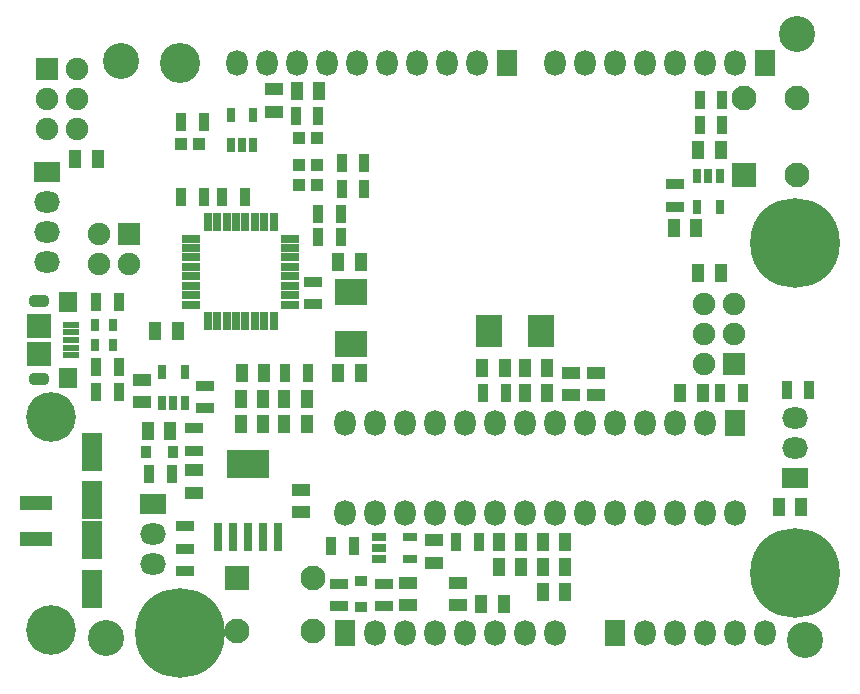
<source format=gts>
G04 Layer_Color=8388736*
%FSLAX44Y44*%
%MOMM*%
G71*
G01*
G75*
%ADD29R,1.9000X1.9000*%
%ADD38C,1.9000*%
%ADD39R,1.9000X1.9000*%
%ADD64R,1.1000X1.5000*%
%ADD65R,1.5000X1.1000*%
%ADD66R,0.8000X1.1000*%
%ADD67R,1.5000X0.9000*%
%ADD68R,0.9000X1.5000*%
%ADD69R,0.6700X1.6200*%
%ADD70R,1.6200X0.6700*%
%ADD71R,2.7000X1.2000*%
%ADD72R,0.7800X1.2800*%
%ADD73R,1.2800X0.7800*%
%ADD74C,3.0480*%
%ADD75R,1.8000X3.2000*%
%ADD76R,1.0500X0.8500*%
%ADD77R,0.8500X1.0500*%
%ADD78R,1.0000X1.0000*%
%ADD79R,0.8000X2.4000*%
%ADD80R,3.6500X2.3500*%
%ADD81R,1.4500X0.5000*%
%ADD82R,1.5000X1.7000*%
%ADD83R,2.0000X2.0000*%
%ADD84R,2.8000X2.2000*%
%ADD85R,2.2000X2.8000*%
%ADD86C,2.1000*%
%ADD87R,2.1000X2.1000*%
%ADD88R,2.1000X2.1000*%
%ADD89R,1.8000X2.2000*%
%ADD90O,1.8000X2.2000*%
G04:AMPARAMS|DCode=91|XSize=1.7mm|YSize=1mm|CornerRadius=0.365mm|HoleSize=0mm|Usage=FLASHONLY|Rotation=0.000|XOffset=0mm|YOffset=0mm|HoleType=Round|Shape=RoundedRectangle|*
%AMROUNDEDRECTD91*
21,1,1.7000,0.2700,0,0,0.0*
21,1,0.9700,1.0000,0,0,0.0*
1,1,0.7300,0.4850,-0.1350*
1,1,0.7300,-0.4850,-0.1350*
1,1,0.7300,-0.4850,0.1350*
1,1,0.7300,0.4850,0.1350*
%
%ADD91ROUNDEDRECTD91*%
%ADD92R,2.2000X1.8000*%
%ADD93O,2.2000X1.8000*%
%ADD94C,7.6000*%
%ADD95C,3.4000*%
%ADD96C,4.2000*%
D29*
X31600Y507400D02*
D03*
X614000Y258200D02*
D03*
D38*
X75600Y342600D02*
D03*
X101000D02*
D03*
X75600Y368000D02*
D03*
X57000Y456600D02*
D03*
Y482000D02*
D03*
Y507400D02*
D03*
X31600Y456600D02*
D03*
Y482000D02*
D03*
X588600Y309000D02*
D03*
Y283600D02*
D03*
Y258200D02*
D03*
X614000Y309000D02*
D03*
Y283600D02*
D03*
D39*
X101000Y368000D02*
D03*
D64*
X196000Y207000D02*
D03*
X215000D02*
D03*
X470500Y86000D02*
D03*
X451500D02*
D03*
X297500Y250000D02*
D03*
X278500D02*
D03*
X297500Y344000D02*
D03*
X278500D02*
D03*
X142500Y286000D02*
D03*
X123500D02*
D03*
X197000Y250000D02*
D03*
X216000D02*
D03*
X196000Y228000D02*
D03*
X215000D02*
D03*
X252000D02*
D03*
X233000D02*
D03*
X602500Y439000D02*
D03*
X583500D02*
D03*
X562500Y373000D02*
D03*
X581500D02*
D03*
X455500Y254000D02*
D03*
X436500D02*
D03*
X400500D02*
D03*
X419500D02*
D03*
X470500Y107000D02*
D03*
X451500D02*
D03*
X414500D02*
D03*
X433500D02*
D03*
X436500Y233000D02*
D03*
X455500D02*
D03*
X568000D02*
D03*
X587000D02*
D03*
X56000Y431000D02*
D03*
X75000D02*
D03*
X117500Y201000D02*
D03*
X136500D02*
D03*
X670500Y137000D02*
D03*
X651500D02*
D03*
X418500Y55000D02*
D03*
X399500D02*
D03*
X470500Y65000D02*
D03*
X451500D02*
D03*
X233000Y207000D02*
D03*
X252000D02*
D03*
X414500Y86000D02*
D03*
X433500D02*
D03*
X262500Y489000D02*
D03*
X243500D02*
D03*
X583500Y335000D02*
D03*
X602500D02*
D03*
D65*
X497000Y250500D02*
D03*
Y231500D02*
D03*
X224000Y490500D02*
D03*
Y471500D02*
D03*
X338000Y53500D02*
D03*
Y72500D02*
D03*
X360000Y89500D02*
D03*
Y108500D02*
D03*
X112000Y225500D02*
D03*
Y244500D02*
D03*
X380000Y72500D02*
D03*
Y53500D02*
D03*
X247000Y132500D02*
D03*
Y151500D02*
D03*
X156000Y168000D02*
D03*
Y149000D02*
D03*
X476000Y250500D02*
D03*
Y231500D02*
D03*
D66*
X87500Y291000D02*
D03*
X72500D02*
D03*
X87500Y274000D02*
D03*
X72500D02*
D03*
D67*
X166000Y239500D02*
D03*
Y220500D02*
D03*
X279000Y52500D02*
D03*
Y71500D02*
D03*
X257000Y308500D02*
D03*
Y327500D02*
D03*
X564000Y410000D02*
D03*
Y391000D02*
D03*
X317000Y52500D02*
D03*
Y71500D02*
D03*
X149000Y101500D02*
D03*
Y82500D02*
D03*
X149000Y120500D02*
D03*
Y101500D02*
D03*
X156000Y184500D02*
D03*
Y203500D02*
D03*
D68*
X621000Y233000D02*
D03*
X602000D02*
D03*
X603500Y481000D02*
D03*
X584500D02*
D03*
X291500Y104000D02*
D03*
X272500D02*
D03*
X137500Y165000D02*
D03*
X118500D02*
D03*
X281500Y406000D02*
D03*
X300500D02*
D03*
X92500Y234000D02*
D03*
X73500D02*
D03*
X281500Y428000D02*
D03*
X300500D02*
D03*
X199500Y399000D02*
D03*
X180500D02*
D03*
X73500Y255000D02*
D03*
X92500D02*
D03*
X73500Y310000D02*
D03*
X92500D02*
D03*
X261500Y468000D02*
D03*
X242500D02*
D03*
X164500Y399000D02*
D03*
X145500D02*
D03*
X233500Y250000D02*
D03*
X252500D02*
D03*
X603500Y460000D02*
D03*
X584500D02*
D03*
X420500Y233000D02*
D03*
X401500D02*
D03*
X397500Y107000D02*
D03*
X378500D02*
D03*
X145500Y463000D02*
D03*
X164500D02*
D03*
X677500Y236000D02*
D03*
X658500D02*
D03*
X261500Y385000D02*
D03*
X280500D02*
D03*
X261500Y365000D02*
D03*
X280500D02*
D03*
D69*
X224000Y294000D02*
D03*
X216000D02*
D03*
X208000D02*
D03*
X200000D02*
D03*
X192000D02*
D03*
X184000D02*
D03*
X176000D02*
D03*
X168000D02*
D03*
Y378000D02*
D03*
X176000D02*
D03*
X184000D02*
D03*
X192000D02*
D03*
X200000D02*
D03*
X208000D02*
D03*
X216000D02*
D03*
X224000D02*
D03*
D70*
X154000Y308000D02*
D03*
Y316000D02*
D03*
Y324000D02*
D03*
Y332000D02*
D03*
Y340000D02*
D03*
Y348000D02*
D03*
Y356000D02*
D03*
Y364000D02*
D03*
X238000D02*
D03*
Y356000D02*
D03*
Y348000D02*
D03*
Y340000D02*
D03*
Y332000D02*
D03*
Y324000D02*
D03*
Y316000D02*
D03*
Y308000D02*
D03*
D71*
X23000Y109500D02*
D03*
Y140500D02*
D03*
D72*
X187500Y443000D02*
D03*
X197000D02*
D03*
X206500D02*
D03*
X187500Y469000D02*
D03*
X206500D02*
D03*
X601500Y417000D02*
D03*
X592000D02*
D03*
X582500D02*
D03*
X601500Y391000D02*
D03*
X582500D02*
D03*
X129500Y225000D02*
D03*
X139000D02*
D03*
X148500D02*
D03*
X129500Y251000D02*
D03*
X148500D02*
D03*
D73*
X313000Y111500D02*
D03*
Y102000D02*
D03*
Y92500D02*
D03*
X339000Y111500D02*
D03*
Y92500D02*
D03*
D74*
X674000Y24000D02*
D03*
X667000Y537000D02*
D03*
X95000Y514000D02*
D03*
X82000Y26000D02*
D03*
D75*
X70000Y67500D02*
D03*
Y108500D02*
D03*
Y183500D02*
D03*
Y142500D02*
D03*
D76*
X298000Y51750D02*
D03*
Y74250D02*
D03*
D77*
X138500Y183000D02*
D03*
X116000D02*
D03*
D78*
X160500Y444000D02*
D03*
X145500D02*
D03*
X260500Y409000D02*
D03*
X245500D02*
D03*
X260500Y426000D02*
D03*
X245500D02*
D03*
X260500Y449000D02*
D03*
X245500D02*
D03*
D79*
X176600Y111000D02*
D03*
X189300D02*
D03*
X202000D02*
D03*
X214700D02*
D03*
X227400D02*
D03*
D80*
X202000Y173000D02*
D03*
D81*
X52000Y291000D02*
D03*
Y284500D02*
D03*
Y278000D02*
D03*
Y271500D02*
D03*
Y265000D02*
D03*
D82*
X49750Y246000D02*
D03*
Y310000D02*
D03*
D83*
X25250Y290000D02*
D03*
Y266000D02*
D03*
D84*
X289000Y275000D02*
D03*
Y319000D02*
D03*
D85*
X450000Y286000D02*
D03*
X406000D02*
D03*
D86*
X622000Y483000D02*
D03*
X667000D02*
D03*
Y418000D02*
D03*
X257500Y76500D02*
D03*
Y31500D02*
D03*
X192500D02*
D03*
D87*
X622000Y418000D02*
D03*
D88*
X192500Y76500D02*
D03*
D89*
X614600Y208200D02*
D03*
X421560Y513000D02*
D03*
X513000Y30400D02*
D03*
X640000Y513000D02*
D03*
X284400Y30400D02*
D03*
D90*
X589200Y208200D02*
D03*
X563800D02*
D03*
X538400D02*
D03*
X513000D02*
D03*
X487600D02*
D03*
X462200D02*
D03*
X436800D02*
D03*
X411400D02*
D03*
X386000D02*
D03*
X360600D02*
D03*
X335200D02*
D03*
X309800D02*
D03*
X284400D02*
D03*
X614600Y132000D02*
D03*
X589200D02*
D03*
X563800D02*
D03*
X538400D02*
D03*
X513000D02*
D03*
X487600D02*
D03*
X462200D02*
D03*
X436800D02*
D03*
X411400D02*
D03*
X386000D02*
D03*
X360600D02*
D03*
X335200D02*
D03*
X309800D02*
D03*
X284400D02*
D03*
X192960Y513000D02*
D03*
X218360D02*
D03*
X243760D02*
D03*
X269160D02*
D03*
X294560D02*
D03*
X319960D02*
D03*
X345360D02*
D03*
X370760D02*
D03*
X396160D02*
D03*
X538400Y30400D02*
D03*
X563800D02*
D03*
X589200D02*
D03*
X614600D02*
D03*
X640000D02*
D03*
X462200Y513000D02*
D03*
X487600D02*
D03*
X513000D02*
D03*
X538400D02*
D03*
X563800D02*
D03*
X589200D02*
D03*
X614600D02*
D03*
X462200Y30400D02*
D03*
X436800D02*
D03*
X411400D02*
D03*
X386000D02*
D03*
X360600D02*
D03*
X335200D02*
D03*
X309800D02*
D03*
D91*
X25250Y245000D02*
D03*
Y311000D02*
D03*
D92*
X122000Y139400D02*
D03*
X665000Y161000D02*
D03*
X32000Y420000D02*
D03*
D93*
X122000Y114000D02*
D03*
Y88600D02*
D03*
X665000Y186400D02*
D03*
Y211800D02*
D03*
X32000Y394600D02*
D03*
Y369200D02*
D03*
Y343800D02*
D03*
D94*
X665400Y360600D02*
D03*
Y81200D02*
D03*
X144700Y30400D02*
D03*
D95*
Y513000D02*
D03*
D96*
X35000Y213000D02*
D03*
Y33000D02*
D03*
M02*

</source>
